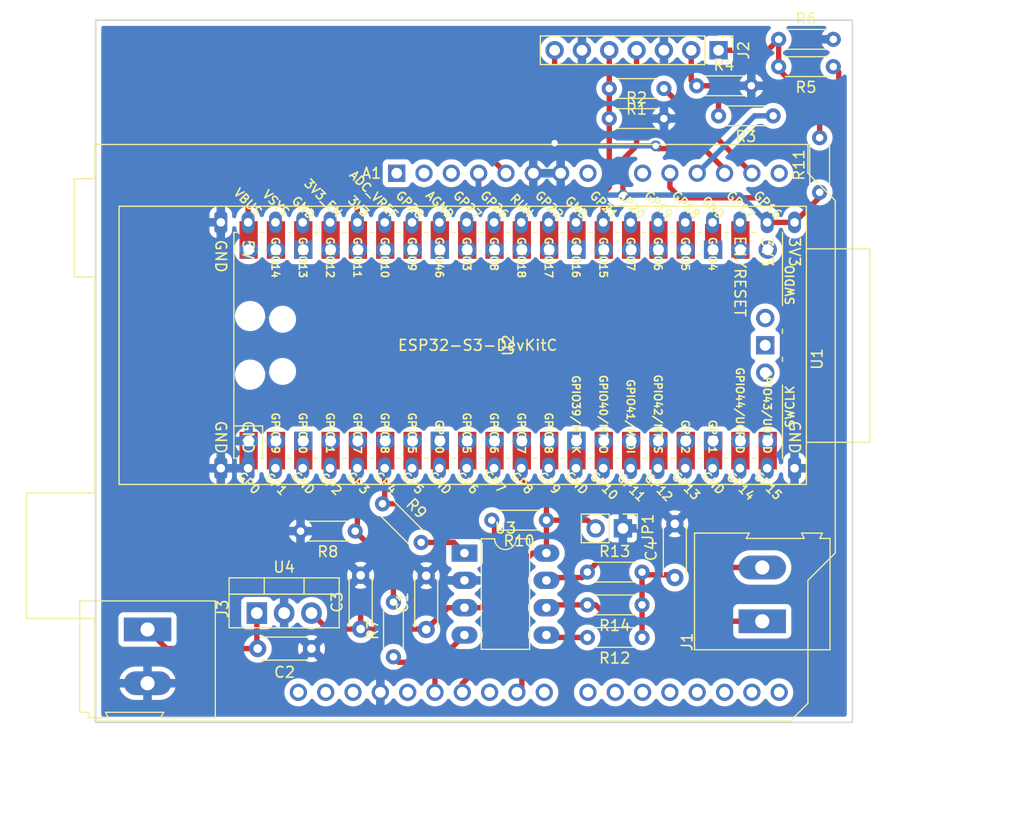
<source format=kicad_pcb>
(kicad_pcb (version 20211014) (generator pcbnew)
  (layers (0 "F.Cu" signal) (31 "B.Cu" signal) (34 "B.Paste" user) (35 "F.Paste" user) (36 "B.SilkS" user "B.Silkscreen") (37 "F.SilkS" user "F.Silkscreen") (38 "B.Mask" user) (39 "F.Mask" user) (44 "Edge.Cuts" user))
  (net 0 "")
  (net 4 "+12V")
  (net 5 "+5V")
  (net 6 "GND")
  (net 9 "Net-(A1-Pad10)")
  (net 10 "Net-(A1-Pad11)")
  (net 11 "/MISO")
  (net 12 "Net-(A1-Pad13)")
  (net 26 "/CANH")
  (net 27 "/CANL")
  (net 28 "/SPL")
  (net 29 "+3V3")
  (net 30 "Net-(C4-Pad1)")
  (net 31 "/STBY")
  (net 32 "/RXD")
  (net 33 "/RX-pin")
  (net 34 "/TX-pin")
  (net 35 "/TXD")
  (net 69 "/SS")
  (net 76 "/MOSI")
  (net 77 "/CLK")
  (footprint "Package_DIP:DIP-8_W7.62mm_LongPads" (layer "F.Cu") (at 101.092 114.056)
    (fp_text reference "U3" (at 3.81 -2.33) (layer "F.SilkS"))
    (fp_text value "MCP2561-E-P")
    (pad "1" thru_hole rect (at 0 0) (size 2.4 1.6) (drill 0.8) (layers *.Cu *.Mask) (net 35 "/TXD"))
    (pad "2" thru_hole oval (at 0 2.54) (size 2.4 1.6) (drill 0.8) (layers *.Cu *.Mask) (net 6 "GND"))
    (pad "3" thru_hole oval (at 0 5.08) (size 2.4 1.6) (drill 0.8) (layers *.Cu *.Mask) (net 5 "+5V"))
    (pad "4" thru_hole oval (at 0 7.62) (size 2.4 1.6) (drill 0.8) (layers *.Cu *.Mask) (net 32 "/RXD"))
    (pad "5" thru_hole oval (at 7.62 7.62) (size 2.4 1.6) (drill 0.8) (layers *.Cu *.Mask) (net 28 "/SPL"))
    (pad "6" thru_hole oval (at 7.62 5.08) (size 2.4 1.6) (drill 0.8) (layers *.Cu *.Mask) (net 27 "/CANL"))
    (pad "7" thru_hole oval (at 7.62 2.54) (size 2.4 1.6) (drill 0.8) (layers *.Cu *.Mask) (net 26 "/CANH"))
    (pad "8" thru_hole oval (at 7.62 0) (size 2.4 1.6) (drill 0.8) (layers *.Cu *.Mask) (net 31 "/STBY"))
  )
  (footprint "Resistor_THT:R_Axial_DIN0204_L3.6mm_D1.6mm_P5.08mm_Horizontal" (layer "F.Cu") (at 117.602 118.872 180)
    (fp_text reference "R14" (at 2.54 -1.92) (layer "F.SilkS"))
    (fp_text value "60")
    (pad "1" thru_hole circle (at 0 0 180) (size 1.4 1.4) (drill 0.7) (layers *.Cu *.Mask) (net 30 "Net-(C4-Pad1)"))
    (pad "2" thru_hole oval (at 5.08 0 180) (size 1.4 1.4) (drill 0.7) (layers *.Cu *.Mask) (net 27 "/CANL"))
  )
  (footprint "MCU_RaspberryPi_and_Boards:RPi_Pico_SMD_TH" (layer "F.Cu") (at 105.156 94.742 90)
    (fp_text reference "U2" (at 0 0 90) (layer "F.SilkS"))
    (fp_text value "RP2040")
    (fp_text user "GP8" (at -12.8 1.27 135) (layer "F.SilkS") (effects (font (size 0.8 0.8))))
    (fp_text user "RUN" (at 13 1.27 135) (layer "F.SilkS") (effects (font (size 0.8 0.8))))
    (fp_text user "GND" (at -12.8 -6.35 135) (layer "F.SilkS") (effects (font (size 0.8 0.8))))
    (fp_text user "GP0" (at -12.8 -24.13 135) (layer "F.SilkS") (effects (font (size 0.8 0.8))))
    (fp_text user "GP11" (at -13.2 11.43 135) (layer "F.SilkS") (effects (font (size 0.8 0.8))))
    (fp_text user "GP14" (at -13.1 21.59 135) (layer "F.SilkS") (effects (font (size 0.8 0.8))))
    (fp_text user "GP18" (at 13.054 16.51 135) (layer "F.SilkS") (effects (font (size 0.8 0.8))))
    (fp_text user "GP2" (at -12.9 -16.51 135) (layer "F.SilkS") (effects (font (size 0.8 0.8))))
    (fp_text user "GP15" (at -13.054 24.13 135) (layer "F.SilkS") (effects (font (size 0.8 0.8))))
    (fp_text user "GND" (at 12.8 -19.05 135) (layer "F.SilkS") (effects (font (size 0.8 0.8))))
    (fp_text user "GND" (at 12.8 6.35 135) (layer "F.SilkS") (effects (font (size 0.8 0.8))))
    (fp_text user "GP17" (at 13.054 21.59 135) (layer "F.SilkS") (effects (font (size 0.8 0.8))))
    (fp_text user "GND" (at -12.8 19.05 135) (layer "F.SilkS") (effects (font (size 0.8 0.8))))
    (fp_text user "AGND" (at 13.054 -6.35 135) (layer "F.SilkS") (effects (font (size 0.8 0.8))))
    (fp_text user "GP27" (at 13.054 -3.8 135) (layer "F.SilkS") (effects (font (size 0.8 0.8))))
    (fp_text user "GP3" (at -12.8 -13.97 135) (layer "F.SilkS") (effects (font (size 0.8 0.8))))
    (fp_text user "GP1" (at -12.9 -21.6 135) (layer "F.SilkS") (effects (font (size 0.8 0.8))))
    (fp_text user "ADC_VREF" (at 14 -12.5 135) (layer "F.SilkS") (effects (font (size 0.8 0.8))))
    (fp_text user "GP12" (at -13.2 13.97 135) (layer "F.SilkS") (effects (font (size 0.8 0.8))))
    (fp_text user "GP19" (at 13.054 13.97 135) (layer "F.SilkS") (effects (font (size 0.8 0.8))))
    (fp_text user "GP28" (at 13.054 -9.144 135) (layer "F.SilkS") (effects (font (size 0.8 0.8))))
    (fp_text user "GND" (at -12.8 -19.05 135) (layer "F.SilkS") (effects (font (size 0.8 0.8))))
    (fp_text user "GND" (at -12.8 6.35 135) (layer "F.SilkS") (effects (font (size 0.8 0.8))))
    (fp_text user "GP13" (at -13.054 16.51 135) (layer "F.SilkS") (effects (font (size 0.8 0.8))))
    (fp_text user "VSYS" (at 13.2 -21.59 135) (layer "F.SilkS") (effects (font (size 0.8 0.8))))
    (fp_text user "GP26" (at 13.054 -1.27 135) (layer "F.SilkS") (effects (font (size 0.8 0.8))))
    (fp_text user "GP10" (at -13.054 8.89 135) (layer "F.SilkS") (effects (font (size 0.8 0.8))))
    (fp_text user "3V3" (at 12.9 -13.9 135) (layer "F.SilkS") (effects (font (size 0.8 0.8))))
    (fp_text user "GP6" (at -12.8 -3.81 135) (layer "F.SilkS") (effects (font (size 0.8 0.8))))
    (fp_text user "VBUS" (at 13.3 -24.2 135) (layer "F.SilkS") (effects (font (size 0.8 0.8))))
    (fp_text user "SWCLK" (at -5.7 26.2 90) (layer "F.SilkS") (effects (font (size 0.8 0.8))))
    (fp_text user "GP9" (at -12.8 3.81 135) (layer "F.SilkS") (effects (font (size 0.8 0.8))))
    (fp_text user "GP4" (at -12.8 -11.43 135) (layer "F.SilkS") (effects (font (size 0.8 0.8))))
    (fp_text user "GP7" (at -12.7 -1.3 135) (layer "F.SilkS") (effects (font (size 0.8 0.8))))
    (fp_text user "GP22" (at 13.054 3.81 135) (layer "F.SilkS") (effects (font (size 0.8 0.8))))
    (fp_text user "SWDIO" (at 5.6 26.2 90) (layer "F.SilkS") (effects (font (size 0.8 0.8))))
    (fp_text user "3V3_EN" (at 13.7 -17.2 135) (layer "F.SilkS") (effects (font (size 0.8 0.8))))
    (fp_text user "GP16" (at 13.054 24.13 135) (layer "F.SilkS") (effects (font (size 0.8 0.8))))
    (fp_text user "GP21" (at 13.054 8.9 135) (layer "F.SilkS") (effects (font (size 0.8 0.8))))
    (fp_text user "GP5" (at -12.8 -8.89 135) (layer "F.SilkS") (effects (font (size 0.8 0.8))))
    (fp_text user "GND" (at 12.8 19.05 135) (layer "F.SilkS") (effects (font (size 0.8 0.8))))
    (fp_text user "GP20" (at 13.054 11.43 135) (layer "F.SilkS") (effects (font (size 0.8 0.8))))
    (pad "" np_thru_hole oval (at 2.725 -24 90) (size 1.8 1.8) (drill 1.8) (layers *.Cu *.Mask))
    (pad "" np_thru_hole oval (at 2.425 -20.97 90) (size 1.5 1.5) (drill 1.5) (layers *.Cu *.Mask))
    (pad "" np_thru_hole oval (at -2.425 -20.97 90) (size 1.5 1.5) (drill 1.5) (layers *.Cu *.Mask))
    (pad "" np_thru_hole oval (at -2.725 -24 90) (size 1.8 1.8) (drill 1.8) (layers *.Cu *.Mask))
    (pad "1" smd rect (at -8.89 -24.13 90) (size 3.5 1.7) (drill (offset -0.9 0)) (layers "F.Cu" "F.Mask") (net 6 "GND"))
    (pad "1" thru_hole oval (at -8.89 -24.13 90) (size 1.7 1.7) (drill 1.02) (layers *.Cu *.Mask) (net 6 "GND"))
    (pad "2" smd rect (at -8.89 -21.59 90) (size 3.5 1.7) (drill (offset -0.9 0)) (layers "F.Cu" "F.Mask"))
    (pad "2" thru_hole oval (at -8.89 -21.59 90) (size 1.7 1.7) (drill 1.02) (layers *.Cu *.Mask))
    (pad "3" thru_hole rect (at -8.89 -19.05 90) (size 1.7 1.7) (drill 1.02) (layers *.Cu *.Mask))
    (pad "3" smd rect (at -8.89 -19.05 90) (size 3.5 1.7) (drill (offset -0.9 0)) (layers "F.Cu" "F.Mask"))
    (pad "4" smd rect (at -8.89 -16.51 90) (size 3.5 1.7) (drill (offset -0.9 0)) (layers "F.Cu" "F.Mask"))
    (pad "4" thru_hole oval (at -8.89 -16.51 90) (size 1.7 1.7) (drill 1.02) (layers *.Cu *.Mask))
    (pad "5" thru_hole oval (at -8.89 -13.97 90) (size 1.7 1.7) (drill 1.02) (layers *.Cu *.Mask) (net 33 "/RX-pin"))
    (pad "5" smd rect (at -8.89 -13.97 90) (size 3.5 1.7) (drill (offset -0.9 0)) (layers "F.Cu" "F.Mask") (net 33 "/RX-pin"))
    (pad "6" thru_hole oval (at -8.89 -11.43 90) (size 1.7 1.7) (drill 1.02) (layers *.Cu *.Mask) (net 34 "/TX-pin"))
    (pad "6" smd rect (at -8.89 -11.43 90) (size 3.5 1.7) (drill (offset -0.9 0)) (layers "F.Cu" "F.Mask") (net 34 "/TX-pin"))
    (pad "7" smd rect (at -8.89 -8.89 90) (size 3.5 1.7) (drill (offset -0.9 0)) (layers "F.Cu" "F.Mask"))
    (pad "7" thru_hole oval (at -8.89 -8.89 90) (size 1.7 1.7) (drill 1.02) (layers *.Cu *.Mask))
    (pad "8" smd rect (at -8.89 -6.35 90) (size 3.5 1.7) (drill (offset -0.9 0)) (layers "F.Cu" "F.Mask"))
    (pad "8" thru_hole rect (at -8.89 -6.35 90) (size 1.7 1.7) (drill 1.02) (layers *.Cu *.Mask))
    (pad "9" smd rect (at -8.89 -3.81 90) (size 3.5 1.7) (drill (offset -0.9 0)) (layers "F.Cu" "F.Mask"))
    (pad "9" thru_hole oval (at -8.89 -3.81 90) (size 1.7 1.7) (drill 1.02) (layers *.Cu *.Mask))
    (pad "10" thru_hole oval (at -8.89 -1.27 90) (size 1.7 1.7) (drill 1.02) (layers *.Cu *.Mask))
    (pad "10" smd rect (at -8.89 -1.27 90) (size 3.5 1.7) (drill (offset -0.9 0)) (layers "F.Cu" "F.Mask"))
    (pad "11" smd rect (at -8.89 1.27 90) (size 3.5 1.7) (drill (offset -0.9 0)) (layers "F.Cu" "F.Mask") (net 31 "/STBY"))
    (pad "11" thru_hole oval (at -8.89 1.27 90) (size 1.7 1.7) (drill 1.02) (layers *.Cu *.Mask) (net 31 "/STBY"))
    (pad "12" thru_hole oval (at -8.89 3.81 90) (size 1.7 1.7) (drill 1.02) (layers *.Cu *.Mask))
    (pad "12" smd rect (at -8.89 3.81 90) (size 3.5 1.7) (drill (offset -0.9 0)) (layers "F.Cu" "F.Mask"))
    (pad "13" smd rect (at -8.89 6.35 90) (size 3.5 1.7) (drill (offset -0.9 0)) (layers "F.Cu" "F.Mask"))
    (pad "13" thru_hole rect (at -8.89 6.35 90) (size 1.7 1.7) (drill 1.02) (layers *.Cu *.Mask))
    (pad "14" thru_hole oval (at -8.89 8.89 90) (size 1.7 1.7) (drill 1.02) (layers *.Cu *.Mask))
    (pad "14" smd rect (at -8.89 8.89 90) (size 3.5 1.7) (drill (offset -0.9 0)) (layers "F.Cu" "F.Mask"))
    (pad "15" thru_hole oval (at -8.89 11.43 90) (size 1.7 1.7) (drill 1.02) (layers *.Cu *.Mask))
    (pad "15" smd rect (at -8.89 11.43 90) (size 3.5 1.7) (drill (offset -0.9 0)) (layers "F.Cu" "F.Mask"))
    (pad "16" smd rect (at -8.89 13.97 90) (size 3.5 1.7) (drill (offset -0.9 0)) (layers "F.Cu" "F.Mask"))
    (pad "16" thru_hole oval (at -8.89 13.97 90) (size 1.7 1.7) (drill 1.02) (layers *.Cu *.Mask))
    (pad "17" thru_hole oval (at -8.89 16.51 90) (size 1.7 1.7) (drill 1.02) (layers *.Cu *.Mask))
    (pad "17" smd rect (at -8.89 16.51 90) (size 3.5 1.7) (drill (offset -0.9 0)) (layers "F.Cu" "F.Mask"))
    (pad "18" thru_hole rect (at -8.89 19.05 90) (size 1.7 1.7) (drill 1.02) (layers *.Cu *.Mask))
    (pad "18" smd rect (at -8.89 19.05 90) (size 3.5 1.7) (drill (offset -0.9 0)) (layers "F.Cu" "F.Mask"))
    (pad "19" thru_hole oval (at -8.89 21.59 90) (size 1.7 1.7) (drill 1.02) (layers *.Cu *.Mask))
    (pad "19" smd rect (at -8.89 21.59 90) (size 3.5 1.7) (drill (offset -0.9 0)) (layers "F.Cu" "F.Mask"))
    (pad "20" smd rect (at -8.89 24.13 90) (size 3.5 1.7) (drill (offset -0.9 0)) (layers "F.Cu" "F.Mask"))
    (pad "20" thru_hole oval (at -8.89 24.13 90) (size 1.7 1.7) (drill 1.02) (layers *.Cu *.Mask))
    (pad "21" smd rect (at 8.742 24.13 90) (size 0.1 0.1) (drill (offset 0.9 0)) (layers "F.Cu" "F.Mask"))
    (pad "21" thru_hole oval (at 8.89 24.13 90) (size 1.7 1.7) (drill 1.02) (layers *.Cu *.Mask))
    (pad "22" thru_hole oval (at 8.89 21.59 90) (size 1.7 1.7) (drill 1.02) (layers *.Cu *.Mask))
    (pad "22" smd rect (at 8.89 21.59 90) (size 3.5 1.7) (drill (offset 0.9 0)) (layers "F.Cu" "F.Mask"))
    (pad "23" smd rect (at 8.89 19.05 90) (size 3 1.5) (drill (offset 0.9 0)) (layers "F.Cu" "F.Mask"))
    (pad "23" thru_hole rect (at 8.89 19.05 90) (size 1.7 1.7) (drill 1.02) (layers *.Cu *.Mask))
    (pad "24" smd rect (at 8.89 16.51 90) (size 3.5 1.7) (drill (offset 0.9 0)) (layers "F.Cu" "F.Mask"))
    (pad "24" thru_hole oval (at 8.89 16.51 90) (size 1.7 1.7) (drill 1.02) (layers *.Cu *.Mask))
    (pad "25" thru_hole oval (at 8.89 13.97 90) (size 1.7 1.7) (drill 1.02) (layers *.Cu *.Mask))
    (pad "25" smd rect (at 8.89 13.97 90) (size 3.5 1.7) (drill (offset 0.9 0)) (layers "F.Cu" "F.Mask"))
    (pad "26" smd rect (at 8.89 11.43 90) (size 3.5 1.7) (drill (offset 0.9 0)) (layers "F.Cu" "F.Mask"))
    (pad "26" thru_hole oval (at 8.89 11.43 90) (size 1.7 1.7) (drill 1.02) (layers *.Cu *.Mask))
    (pad "27" thru_hole oval (at 8.89 8.89 90) (size 1.7 1.7) (drill 1.02) (layers *.Cu *.Mask))
    (pad "27" smd rect (at 8.89 8.89 90) (size 3.5 1.7) (drill (offset 0.9 0)) (layers "F.Cu" "F.Mask"))
    (pad "28" thru_hole rect (at 8.89 6.35 90) (size 1.7 1.7) (drill 1.02) (layers *.Cu *.Mask))
    (pad "28" smd rect (at 8.89 6.35 90) (size 3.5 1.7) (drill (offset 0.9 0)) (layers "F.Cu" "F.Mask"))
    (pad "29" smd rect (at 8.89 3.81 90) (size 3.5 1.7) (drill (offset 0.9 0)) (layers "F.Cu" "F.Mask"))
    (pad "29" thru_hole oval (at 8.89 3.81 90) (size 1.7 1.7) (drill 1.02) (layers *.Cu *.Mask))
    (pad "30" smd rect (at 8.89 1.27 90) (size 3.5 1.7) (drill (offset 0.9 0)) (layers "F.Cu" "F.Mask"))
    (pad "30" thru_hole oval (at 8.89 1.27 90) (size 1.7 1.7) (drill 1.02) (layers *.Cu *.Mask))
    (pad "31" smd rect (at 8.89 -1.27 90) (size 3.5 1.7) (drill (offset 0.9 0)) (layers "F.Cu" "F.Mask"))
    (pad "31" thru_hole oval (at 8.89 -1.27 90) (size 1.7 1.7) (drill 1.02) (layers *.Cu *.Mask))
    (pad "32" thru_hole oval (at 8.89 -3.81 90) (size 1.7 1.7) (drill 1.02) (layers *.Cu *.Mask))
    (pad "32" smd rect (at 8.89 -3.81 90) (size 3.5 1.7) (drill (offset 0.9 0)) (layers "F.Cu" "F.Mask"))
    (pad "33" smd rect (at 8.89 -6.35 90) (size 3.5 1.7) (drill (offset 0.9 0)) (layers "F.Cu" "F.Mask"))
    (pad "33" thru_hole rect (at 8.89 -6.35 90) (size 1.7 1.7) (drill 1.02) (layers *.Cu *.Mask))
    (pad "34" thru_hole oval (at 8.89 -8.89 90) (size 1.7 1.7) (drill 1.02) (layers *.Cu *.Mask))
    (pad "34" smd rect (at 8.89 -8.89 90) (size 3.5 1.7) (drill (offset 0.9 0)) (layers "F.Cu" "F.Mask"))
    (pad "35" thru_hole oval (at 8.89 -11.43 90) (size 1.7 1.7) (drill 1.02) (layers *.Cu *.Mask))
    (pad "35" smd rect (at 8.89 -11.43 90) (size 3.5 1.7) (drill (offset 0.9 0)) (layers "F.Cu" "F.Mask"))
    (pad "36" smd rect (at 8.89 -13.97 90) (size 3.5 1.7) (drill (offset 0.9 0)) (layers "F.Cu" "F.Mask") (net 29 "+3V3"))
    (pad "36" thru_hole oval (at 8.89 -13.97 90) (size 1.7 1.7) (drill 1.02) (layers *.Cu *.Mask) (net 29 "+3V3"))
    (pad "37" smd rect (at 8.89 -16.51 90) (size 3.5 1.7) (drill (offset 0.9 0)) (layers "F.Cu" "F.Mask"))
    (pad "37" thru_hole oval (at 8.89 -16.51 90) (size 1.7 1.7) (drill 1.02) (layers *.Cu *.Mask))
    (pad "38" thru_hole rect (at 8.89 -19.05 90) (size 1.7 1.7) (drill 1.02) (layers *.Cu *.Mask))
    (pad "38" smd rect (at 8.89 -19.05 90) (size 3.5 1.7) (drill (offset 0.9 0)) (layers "F.Cu" "F.Mask"))
    (pad "39" smd rect (at 8.89 -21.59 90) (size 3.5 1.7) (drill (offset 0.9 0)) (layers "F.Cu" "F.Mask"))
    (pad "39" thru_hole oval (at 8.89 -21.59 90) (size 1.7 1.7) (drill 1.02) (layers *.Cu *.Mask))
    (pad "40" smd rect (at 8.89 -24.13 90) (size 3.5 1.7) (drill (offset 0.9 0)) (layers "F.Cu" "F.Mask") (net 5 "+5V"))
    (pad "40" thru_hole oval (at 8.89 -24.13 90) (size 1.7 1.7) (drill 1.02) (layers *.Cu *.Mask) (net 5 "+5V"))
    (pad "41" smd rect (at -2.54 22.844 180) (size 0.1 0.1) (drill (offset -0.9 0)) (layers "F.Cu" "F.Mask"))
    (pad "41" thru_hole oval (at -2.54 23.9 90) (size 1.7 1.7) (drill 1.02) (layers *.Cu *.Mask))
    (pad "42" thru_hole rect (at 0 23.9 90) (size 1.7 1.7) (drill 1.02) (layers *.Cu *.Mask))
    (pad "42" smd rect (at 0 22.844 180) (size 0.1 0.1) (drill (offset -0.9 0)) (layers "F.Cu" "F.Mask"))
    (pad "43" smd rect (at 2.54 22.844 180) (size 0.1 0.1) (drill (offset -0.9 0)) (layers "F.Cu" "F.Mask"))
    (pad "43" thru_hole oval (at 2.54 23.9 90) (size 1.7 1.7) (drill 1.02) (layers *.Cu *.Mask))
  )
  (footprint "Resistor_THT:R_Axial_DIN0204_L3.6mm_D1.6mm_P5.08mm_Horizontal" (layer "F.Cu") (at 93.472 109.474 -45)
    (fp_text reference "R9" (at 2.54 -1.92 135) (layer "F.SilkS"))
    (fp_text value "R_Small")
    (pad "1" thru_hole circle (at 0 0 315) (size 1.4 1.4) (drill 0.7) (layers *.Cu *.Mask) (net 34 "/TX-pin"))
    (pad "2" thru_hole oval (at 5.08 0 315) (size 1.4 1.4) (drill 0.7) (layers *.Cu *.Mask) (net 35 "/TXD"))
  )
  (footprint "Resistor_THT:R_Axial_DIN0204_L3.6mm_D1.6mm_P5.08mm_Horizontal" (layer "F.Cu") (at 90.932 112.014 180)
    (fp_text reference "R8" (at 2.54 -1.92) (layer "F.SilkS"))
    (fp_text value "R_Small")
    (pad "1" thru_hole circle (at 0 0 180) (size 1.4 1.4) (drill 0.7) (layers *.Cu *.Mask) (net 33 "/RX-pin"))
    (pad "2" thru_hole oval (at 5.08 0 180) (size 1.4 1.4) (drill 0.7) (layers *.Cu *.Mask) (net 6 "GND"))
  )
  (footprint "Resistor_THT:R_Axial_DIN0204_L3.6mm_D1.6mm_P5.08mm_Horizontal" (layer "F.Cu") (at 112.522 115.824)
    (fp_text reference "R13" (at 2.54 -1.92) (layer "F.SilkS"))
    (fp_text value "60")
    (pad "1" thru_hole circle (at 0 0) (size 1.4 1.4) (drill 0.7) (layers *.Cu *.Mask) (net 26 "/CANH"))
    (pad "2" thru_hole oval (at 5.08 0) (size 1.4 1.4) (drill 0.7) (layers *.Cu *.Mask) (net 30 "Net-(C4-Pad1)"))
  )
  (footprint "Connector_PinHeader_2.54mm:PinHeader_1x02_P2.54mm_Vertical" (layer "F.Cu") (at 115.824 111.76 -90)
    (fp_text reference "JP1" (at 0 -2.33 90) (layer "F.SilkS"))
    (fp_text value "Jumper_2_Bridged")
    (pad "1" thru_hole rect (at 0 0 270) (size 1.7 1.7) (drill 1) (layers *.Cu *.Mask) (net 6 "GND"))
    (pad "2" thru_hole oval (at 0 2.54 270) (size 1.7 1.7) (drill 1) (layers *.Cu *.Mask) (net 31 "/STBY"))
  )
  (footprint "Resistor_THT:R_Axial_DIN0204_L3.6mm_D1.6mm_P5.08mm_Horizontal" (layer "F.Cu") (at 129.794 73.406 180)
    (fp_text reference "R3" (at 2.54 -1.92) (layer "F.SilkS"))
    (fp_text value "R_Small")
    (pad "1" thru_hole circle (at 0 0 180) (size 1.4 1.4) (drill 0.7) (layers *.Cu *.Mask) (net 10 "Net-(A1-Pad11)"))
    (pad "2" thru_hole oval (at 5.08 0 180) (size 1.4 1.4) (drill 0.7) (layers *.Cu *.Mask) (net 76 "/MOSI"))
  )
  (footprint "Module:Arduino_UNO_R3" (layer "F.Cu") (at 94.7928 78.74)
    (fp_text reference "A1" (at -2.3368 0 180) (layer "F.SilkS"))
    (fp_text value "Arduino_UNO_R3")
    (pad "1" thru_hole rect (at 0 0 90) (size 1.6 1.6) (drill 1) (layers *.Cu *.Mask))
    (pad "2" thru_hole oval (at 2.54 0 90) (size 1.6 1.6) (drill 1) (layers *.Cu *.Mask))
    (pad "3" thru_hole oval (at 5.08 0 90) (size 1.6 1.6) (drill 1) (layers *.Cu *.Mask))
    (pad "4" thru_hole oval (at 7.62 0 90) (size 1.6 1.6) (drill 1) (layers *.Cu *.Mask) (net 29 "+3V3"))
    (pad "5" thru_hole oval (at 10.16 0 90) (size 1.6 1.6) (drill 1) (layers *.Cu *.Mask) (net 5 "+5V"))
    (pad "6" thru_hole oval (at 12.7 0 90) (size 1.6 1.6) (drill 1) (layers *.Cu *.Mask) (net 6 "GND"))
    (pad "7" thru_hole oval (at 15.24 0 90) (size 1.6 1.6) (drill 1) (layers *.Cu *.Mask) (net 6 "GND"))
    (pad "8" thru_hole oval (at 17.78 0 90) (size 1.6 1.6) (drill 1) (layers *.Cu *.Mask))
    (pad "9" thru_hole oval (at 22.86 0 90) (size 1.6 1.6) (drill 1) (layers *.Cu *.Mask))
    (pad "10" thru_hole oval (at 25.4 0 90) (size 1.6 1.6) (drill 1) (layers *.Cu *.Mask) (net 9 "Net-(A1-Pad10)"))
    (pad "11" thru_hole oval (at 27.94 0 90) (size 1.6 1.6) (drill 1) (layers *.Cu *.Mask) (net 10 "Net-(A1-Pad11)"))
    (pad "12" thru_hole oval (at 30.48 0 90) (size 1.6 1.6) (drill 1) (layers *.Cu *.Mask) (net 11 "/MISO"))
    (pad "13" thru_hole oval (at 33.02 0 90) (size 1.6 1.6) (drill 1) (layers *.Cu *.Mask) (net 12 "Net-(A1-Pad13)"))
    (pad "14" thru_hole oval (at 35.56 0 90) (size 1.6 1.6) (drill 1) (layers *.Cu *.Mask))
    (pad "15" thru_hole oval (at 35.56 48.26 90) (size 1.6 1.6) (drill 1) (layers *.Cu *.Mask))
    (pad "16" thru_hole oval (at 33.02 48.26 90) (size 1.6 1.6) (drill 1) (layers *.Cu *.Mask))
    (pad "17" thru_hole oval (at 30.48 48.26 90) (size 1.6 1.6) (drill 1) (layers *.Cu *.Mask))
    (pad "18" thru_hole oval (at 27.94 48.26 90) (size 1.6 1.6) (drill 1) (layers *.Cu *.Mask))
    (pad "19" thru_hole oval (at 25.4 48.26 90) (size 1.6 1.6) (drill 1) (layers *.Cu *.Mask))
    (pad "20" thru_hole oval (at 22.86 48.26 90) (size 1.6 1.6) (drill 1) (layers *.Cu *.Mask))
    (pad "21" thru_hole oval (at 20.32 48.26 90) (size 1.6 1.6) (drill 1) (layers *.Cu *.Mask))
    (pad "22" thru_hole oval (at 17.78 48.26 90) (size 1.6 1.6) (drill 1) (layers *.Cu *.Mask))
    (pad "23" thru_hole oval (at 13.72 48.26 90) (size 1.6 1.6) (drill 1) (layers *.Cu *.Mask))
    (pad "24" thru_hole oval (at 11.18 48.26 90) (size 1.6 1.6) (drill 1) (layers *.Cu *.Mask) (net 31 "/STBY"))
    (pad "25" thru_hole oval (at 8.64 48.26 90) (size 1.6 1.6) (drill 1) (layers *.Cu *.Mask))
    (pad "26" thru_hole oval (at 6.1 48.26 90) (size 1.6 1.6) (drill 1) (layers *.Cu *.Mask) (net 34 "/TX-pin"))
    (pad "27" thru_hole oval (at 3.56 48.26 90) (size 1.6 1.6) (drill 1) (layers *.Cu *.Mask) (net 32 "/RXD"))
    (pad "28" thru_hole oval (at 1.02 48.26 90) (size 1.6 1.6) (drill 1) (layers *.Cu *.Mask))
    (pad "29" thru_hole oval (at -1.52 48.26 90) (size 1.6 1.6) (drill 1) (layers *.Cu *.Mask) (net 6 "GND"))
    (pad "30" thru_hole oval (at -4.06 48.26 90) (size 1.6 1.6) (drill 1) (layers *.Cu *.Mask))
    (pad "31" thru_hole oval (at -6.6 48.26 90) (size 1.6 1.6) (drill 1) (layers *.Cu *.Mask))
    (pad "32" thru_hole oval (at -9.14 48.26 90) (size 1.6 1.6) (drill 1) (layers *.Cu *.Mask))
  )
  (footprint "Espressif:ESP32-S3-DevKitC" (layer "F.Cu") (at 131.7808 83.30832 -90)
    (fp_text reference "U1" (at 12.70368 -2.09728 90) (layer "F.SilkS"))
    (fp_text value "ESP32-S3-DevKitC" (at 11.43 29.464) (layer "F.SilkS"))
    (fp_text user "GPIO7" (at 1.27368 15.24272 -90 unlocked) (layer "F.SilkS") (effects (font (size 0.7 0.7)) (justify left)))
    (fp_text user "GPIO14" (at 1.27368 48.26272 -90 unlocked) (layer "F.SilkS") (effects (font (size 0.7 0.7)) (justify left)))
    (fp_text user "GPIO18" (at 1.27368 25.40272 -90 unlocked) (layer "F.SilkS") (effects (font (size 0.7 0.7)) (justify left)))
    (fp_text user "GPIO21" (at 21.59368 43.18272 -90 unlocked) (layer "F.SilkS") (effects (font (size 0.7 0.7)) (justify right)))
    (fp_text user "GPIO38" (at 21.59368 22.86272 -90 unlocked) (layer "F.SilkS") (effects (font (size 0.7 0.7)) (justify right)))
    (fp_text user "GND" (at 21.59368 0.00272 -90 unlocked) (layer "F.SilkS") (effects (justify right)))
    (fp_text user "GPIO5" (at 1.27368 10.16272 -90 unlocked) (layer "F.SilkS") (effects (font (size 0.7 0.7)) (justify left)))
    (fp_text user "GPIO10" (at 1.27368 38.10272 -90 unlocked) (layer "F.SilkS") (effects (font (size 0.7 0.7)) (justify left)))
    (fp_text user "GPIO40/MTDO" (at 21.59368 17.78272 -90 unlocked) (layer "F.SilkS") (effects (font (size 0.7 0.7)) (justify right)))
    (fp_text user "GPIO44/U0RXD" (at 21.59368 5.08272 -90 unlocked) (layer "F.SilkS") (effects (font (size 0.7 0.7)) (justify right)))
    (fp_text user "EN/RESET" (at 8.89 5.08 -90 unlocked) (layer "F.SilkS") (effects (justify right)))
    (fp_text user "GPIO11" (at 1.27368 40.64272 -90 unlocked) (layer "F.SilkS") (effects (font (size 0.7 0.7)) (justify left)))
    (fp_text user "GPIO46" (at 1.27368 33.02272 -90 unlocked) (layer "F.SilkS") (effects (font (size 0.7 0.7)) (justify left)))
    (fp_text user "GPIO17" (at 1.27368 22.86272 -90 unlocked) (layer "F.SilkS") (effects (font (size 0.7 0.7)) (justify left)))
    (fp_text user "3V3" (at 1.27368 2.54272 -90 unlocked) (layer "F.SilkS") (effects (justify left)))
    (fp_text user "GPIO36" (at 21.59368 27.94272 -90 unlocked) (layer "F.SilkS") (effects (font (size 0.7 0.7)) (justify right)))
    (fp_text user "GPIO15" (at 1.27368 17.78272 -90 unlocked) (layer "F.SilkS") (effects (font (size 0.7 0.7)) (justify left)))
    (fp_text user "GPIO43/U0TXD" (at 21.59368 2.54272 -90 unlocked) (layer "F.SilkS") (effects (font (size 0.7 0.7)) (justify right)))
    (fp_text user "GPIO8" (at 1.27368 27.94272 -90 unlocked) (layer "F.SilkS") (effects (font (size 0.7 0.7)) (justify left)))
    (fp_text user "GPIO12" (at 1.27368 43.18272 -90 unlocked) (layer "F.SilkS") (effects (font (size 0.7 0.7)) (justify left)))
    (fp_text user "GND" (at 21.59368 50.80272 -90 unlocked) (layer "F.SilkS") (effects (justify right)))
    (fp_text user "5V" (at 1.524 50.8 -90 unlocked) (layer "F.SilkS") (effects (justify left)))
    (fp_text user "GND" (at 21.59368 53.34272 -90 unlocked) (layer "F.SilkS") (effects (justify right)))
    (fp_text user "GPIO1" (at 21.59368 7.62272 -90 unlocked) (layer "F.SilkS") (effects (font (size 0.7 0.7)) (justify right)))
    (fp_text user "GPIO13" (at 1.27368 45.72272 -90 unlocked) (layer "F.SilkS") (effects (font (size 0.7 0.7)) (justify left)))
    (fp_text user "GND" (at 1.524 53.34 -90 unlocked) (layer "F.SilkS") (effects (justify left)))
    (fp_text user "GPIO4" (at 1.27368 7.62272 -90 unlocked) (layer "F.SilkS") (effects (font (size 0.7 0.7)) (justify left)))
    (fp_text user "GPIO9" (at 1.27368 35.56272 -90 unlocked) (layer "F.SilkS") (effects (font (size 0.7 0.7)) (justify left)))
    (fp_text user "GPIO39/MTCK" (at 21.59368 20.32272 -90 unlocked) (layer "F.SilkS") (effects (font (size 0.7 0.7)) (justify right)))
    (fp_text user "GPIO41/MTDI" (at 21.59368 15.24272 -90 unlocked) (layer "F.SilkS") (effects (font (size 0.7 0.7)) (justify right)))
    (fp_text user "GPIO2" (at 21.59368 10.16272 -90 unlocked) (layer "F.SilkS") (effects (font (size 0.7 0.7)) (justify right)))
    (fp_text user "GPIO47" (at 21.59368 40.64272 -90 unlocked) (layer "F.SilkS") (effects (font (size 0.7 0.7)) (justify right)))
    (fp_text user "GPIO16" (at 1.27368 20.32272 -90 unlocked) (layer "F.SilkS") (effects (font (size 0.7 0.7)) (justify left)))
    (fp_text user "GPIO35" (at 21.59368 30.48272 -90 unlocked) (layer "F.SilkS") (effects (font (size 0.7 0.7)) (justify right)))
    (fp_text user "GPIO37" (at 21.59368 25.40272 -90 unlocked) (layer "F.SilkS") (effects (font (size 0.7 0.7)) (justify right)))
    (fp_text user "GPIO0" (at 21.59368 33.02272 -90 unlocked) (layer "F.SilkS") (effects (font (size 0.7 0.7)) (justify right)))
    (fp_text user "GPIO19" (at 21.59368 48.26272 -90 unlocked) (layer "F.SilkS") (effects (font (size 0.7 0.7)) (justify right)))
    (fp_text user "GPIO6" (at 1.27368 12.70272 -90 unlocked) (layer "F.SilkS") (effects (font (size 0.7 0.7)) (justify left)))
    (fp_text user "GPIO3" (at 1.27368 30.48272 -90 unlocked) (layer "F.SilkS") (effects (font (size 0.7 0.7)) (justify left)))
    (fp_text user "GPIO20" (at 21.59368 45.72272 -90 unlocked) (layer "F.SilkS") (effects (font (size 0.7 0.7)) (justify right)))
    (fp_text user "GPIO42/MTMS" (at 21.59368 12.70272 -90 unlocked) (layer "F.SilkS") (effects (font (size 0.7 0.7)) (justify right)))
    (fp_text user "GPIO48" (at 21.59368 38.10272 -90 unlocked) (layer "F.SilkS") (effects (font (size 0.7 0.7)) (justify right)))
    (fp_text user "3V3" (at 1.27368 0.00272 -90 unlocked) (layer "F.SilkS") (effects (justify left)))
    (fp_text user "GPIO45" (at 21.59368 35.56272 -90 unlocked) (layer "F.SilkS") (effects (font (size 0.7 0.7)) (justify right)))
    (pad "1" thru_hole oval locked (at 0.00368 0.00272 180) (size 1.2 2) (drill 0.8) (layers *.Cu *.Mask) (net 29 "+3V3"))
    (pad "2" thru_hole oval locked (at 0.00368 2.54272 180) (size 1.2 2) (drill 0.8) (layers *.Cu *.Mask) (net 29 "+3V3"))
    (pad "3" thru_hole oval locked (at 0.00368 5.08272 180) (size 1.2 2) (drill 0.8) (layers *.Cu *.Mask))
    (pad "4" thru_hole oval locked (at 0.00368 7.62272 180) (size 1.2 2) (drill 0.8) (layers *.Cu *.Mask) (net 11 "/MISO"))
    (pad "5" thru_hole oval locked (at 0.00368 10.16272 180) (size 1.2 2) (drill 0.8) (layers *.Cu *.Mask) (net 69 "/SS"))
    (pad "6" thru_hole oval locked (at 0.00368 12.70272 180) (size 1.2 2) (drill 0.8) (layers *.Cu *.Mask) (net 76 "/MOSI"))
    (pad "7" thru_hole oval locked (at 0.00368 15.24272 180) (size 1.2 2) (drill 0.8) (layers *.Cu *.Mask))
    (pad "8" thru_hole oval locked (at 0.00368 17.78272 180) (size 1.2 2) (drill 0.8) (layers *.Cu *.Mask) (net 77 "/CLK"))
    (pad "9" thru_hole oval locked (at 0.00368 20.32272 180) (size 1.2 2) (drill 0.8) (layers *.Cu *.Mask))
    (pad "10" thru_hole oval locked (at 0.00368 22.86272 180) (size 1.2 2) (drill 0.8) (layers *.Cu *.Mask))
    (pad "11" thru_hole oval locked (at 0.00368 25.40272 180) (size 1.2 2) (drill 0.8) (layers *.Cu *.Mask))
    (pad "12" thru_hole oval locked (at 0.00368 27.94272 180) (size 1.2 2) (drill 0.8) (layers *.Cu *.Mask))
    (pad "13" thru_hole oval locked (at 0.00368 30.48272 180) (size 1.2 2) (drill 0.8) (layers *.Cu *.Mask))
    (pad "14" thru_hole oval locked (at 0.00368 33.02272 180) (size 1.2 2) (drill 0.8) (layers *.Cu *.Mask))
    (pad "15" thru_hole oval locked (at 0.00368 35.56272 180) (size 1.2 2) (drill 0.8) (layers *.Cu *.Mask))
    (pad "16" thru_hole oval locked (at 0.00368 38.10272 180) (size 1.2 2) (drill 0.8) (layers *.Cu *.Mask))
    (pad "17" thru_hole oval locked (at 0.00368 40.64272 180) (size 1.2 2) (drill 0.8) (layers *.Cu *.Mask) (net 29 "+3V3"))
    (pad "18" thru_hole oval locked (at 0.00368 43.18272 180) (size 1.2 2) (drill 0.8) (layers *.Cu *.Mask))
    (pad "19" thru_hole oval locked (at 0.00368 45.72272 180) (size 1.2 2) (drill 0.8) (layers *.Cu *.Mask))
    (pad "20" thru_hole oval locked (at 0 48.26 180) (size 1.2 2) (drill 0.8) (layers *.Cu *.Mask))
    (pad "21" thru_hole oval locked (at 0 50.8 180) (size 1.2 2) (drill 0.8) (layers *.Cu *.Mask) (net 5 "+5V"))
    (pad "22" thru_hole roundrect locked (at 0 53.34 180) (size 1.2 2) (drill 0.8) (layers *.Cu *.Mask) (net 6 "GND"))
    (pad "23" thru_hole roundrect locked (at 22.86368 53.34272 180) (size 1.2 2) (drill 0.8) (layers *.Cu *.Mask) (net 6 "GND"))
    (pad "24" thru_hole roundrect locked (at 22.86368 50.80272 180) (size 1.2 2) (drill 0.8) (layers *.Cu *.Mask) (net 6 "GND"))
    (pad "25" thru_hole oval locked (at 22.86368 48.26272 180) (size 1.2 2) (drill 0.8) (layers *.Cu *.Mask))
    (pad "26" thru_hole oval locked (at 22.86368 45.72272 180) (size 1.2 2) (drill 0.8) (layers *.Cu *.Mask))
    (pad "27" thru_hole oval locked (at 22.86368 43.18272 180) (size 1.2 2) (drill 0.8) (layers *.Cu *.Mask))
    (pad "28" thru_hole oval locked (at 22.86368 40.64272 180) (size 1.2 2) (drill 0.8) (layers *.Cu *.Mask) (net 33 "/RX-pin"))
    (pad "29" thru_hole oval locked (at 22.86368 38.10272 180) (size 1.2 2) (drill 0.8) (layers *.Cu *.Mask) (net 34 "/TX-pin"))
    (pad "30" thru_hole oval locked (at 22.86368 35.56272 180) (size 1.2 2) (drill 0.8) (layers *.Cu *.Mask))
    (pad "31" thru_hole oval locked (at 22.86368 33.02272 180) (size 1.2 2) (drill 0.8) (layers *.Cu *.Mask))
    (pad "32" thru_hole oval locked (at 22.86368 30.48272 180) (size 1.2 2) (drill 0.8) (layers *.Cu *.Mask))
    (pad "33" thru_hole oval locked (at 22.86368 27.94272 180) (size 1.2 2) (drill 0.8) (layers *.Cu *.Mask))
    (pad "34" thru_hole oval locked (at 22.86368 25.40272 180) (size 1.2 2) (drill 0.8) (layers *.Cu *.Mask) (net 31 "/STBY"))
    (pad "35" thru_hole oval locked (at 22.86368 22.86272 180) (size 1.2 2) (drill 0.8) (layers *.Cu *.Mask))
    (pad "36" thru_hole oval locked (at 22.86368 20.32272 180) (size 1.2 2) (drill 0.8) (layers *.Cu *.Mask))
    (pad "37" thru_hole oval locked (at 22.86368 17.78272 180) (size 1.2 2) (drill 0.8) (layers *.Cu *.Mask))
    (pad "38" thru_hole oval locked (at 22.86368 15.24272 180) (size 1.2 2) (drill 0.8) (layers *.Cu *.Mask))
    (pad "39" thru_hole oval locked (at 22.86368 12.70272 180) (size 1.2 2) (drill 0.8) (layers *.Cu *.Mask))
    (pad "40" thru_hole oval locked (at 22.86368 10.16272 180) (size 1.2 2) (drill 0.8) (layers *.Cu *.Mask))
    (pad "41" thru_hole oval locked (at 22.86368 7.62272 180) (size 1.2 2) (drill 0.8) (layers *.Cu *.Mask))
    (pad "42" thru_hole oval locked (at 22.86368 5.08272 180) (size 1.2 2) (drill 0.8) (layers *.Cu *.Mask))
    (pad "43" thru_hole oval locked (at 22.86368 2.54272 180) (size 1.2 2) (drill 0.8) (layers *.Cu *.Mask))
    (pad "44" thru_hole roundrect locked (at 22.86368 0.00272 180) (size 1.2 2) (drill 0.8) (layers *.Cu *.Mask) (net 6 "GND"))
  )
  (footprint "Resistor_THT:R_Axial_DIN0204_L3.6mm_D1.6mm_P5.08mm_Horizontal" (layer "F.Cu") (at 117.602 121.901949 180)
    (fp_text reference "R12" (at 2.54 -1.92) (layer "F.SilkS"))
    (fp_text value "300 optional")
    (pad "1" thru_hole circle (at 0 0 180) (size 1.4 1.4) (drill 0.7) (layers *.Cu *.Mask) (net 30 "Net-(C4-Pad1)"))
    (pad "2" thru_hole oval (at 5.08 0 180) (size 1.4 1.4) (drill 0.7) (layers *.Cu *.Mask) (net 28 "/SPL"))
  )
  (footprint "Resistor_THT:R_Axial_DIN0204_L3.6mm_D1.6mm_P5.08mm_Horizontal" (layer "F.Cu") (at 135.382 68.834 180)
    (fp_text reference "R5" (at 2.54 -1.92) (layer "F.SilkS"))
    (fp_text value "R_Small")
    (pad "1" thru_hole circle (at 0 0 180) (size 1.4 1.4) (drill 0.7) (layers *.Cu *.Mask) (net 9 "Net-(A1-Pad10)"))
    (pad "2" thru_hole oval (at 5.08 0 180) (size 1.4 1.4) (drill 0.7) (layers *.Cu *.Mask) (net 69 "/SS"))
  )
  (footprint "Resistor_THT:R_Axial_DIN0204_L3.6mm_D1.6mm_P5.08mm_Horizontal" (layer "F.Cu") (at 122.682 70.612)
    (fp_text reference "R4" (at 2.54 -1.92) (layer "F.SilkS"))
    (fp_text value "R_Small")
    (pad "1" thru_hole circle (at 0 0) (size 1.4 1.4) (drill 0.7) (layers *.Cu *.Mask) (net 76 "/MOSI"))
    (pad "2" thru_hole oval (at 5.08 0) (size 1.4 1.4) (drill 0.7) (layers *.Cu *.Mask) (net 6 "GND"))
  )
  (footprint "Resistor_THT:R_Axial_DIN0204_L3.6mm_D1.6mm_P5.08mm_Horizontal" (layer "F.Cu") (at 134.112 80.518 90)
    (fp_text reference "R11" (at 2.54 -1.92 90) (layer "F.SilkS"))
    (fp_text value "R_Small")
    (pad "1" thru_hole circle (at 0 0 90) (size 1.4 1.4) (drill 0.7) (layers *.Cu *.Mask) (net 29 "+3V3"))
    (pad "2" thru_hole oval (at 5.08 0 90) (size 1.4 1.4) (drill 0.7) (layers *.Cu *.Mask) (net 69 "/SS"))
  )
  (footprint "Resistor_THT:R_Axial_DIN0204_L3.6mm_D1.6mm_P5.08mm_Horizontal" (layer "F.Cu") (at 108.712 110.998 180)
    (fp_text reference "R10" (at 2.54 -1.92) (layer "F.SilkS"))
    (fp_text value "10k")
    (pad "1" thru_hole circle (at 0 0 180) (size 1.4 1.4) (drill 0.7) (layers *.Cu *.Mask) (net 31 "/STBY"))
    (pad "2" thru_hole oval (at 5.08 0 180) (size 1.4 1.4) (drill 0.7) (layers *.Cu *.Mask) (net 5 "+5V"))
  )
  (footprint "Capacitor_THT:C_Disc_D4.3mm_W1.9mm_P5.00mm" (layer "F.Cu") (at 97.536 121.158 90)
    (fp_text reference "C1" (at 2.5 -2.2 90) (layer "F.SilkS"))
    (fp_text value "100n")
    (pad "1" thru_hole circle (at 0 0 90) (size 1.6 1.6) (drill 0.8) (layers *.Cu *.Mask) (net 5 "+5V"))
    (pad "2" thru_hole circle (at 5 0 90) (size 1.6 1.6) (drill 0.8) (layers *.Cu *.Mask) (net 6 "GND"))
  )
  (footprint "Resistor_THT:R_Axial_DIN0204_L3.6mm_D1.6mm_P5.08mm_Horizontal" (layer "F.Cu") (at 130.302 66.294)
    (fp_text reference "R6" (at 2.54 -1.92) (layer "F.SilkS"))
    (fp_text value "R_Small")
    (pad "1" thru_hole circle (at 0 0) (size 1.4 1.4) (drill 0.7) (layers *.Cu *.Mask) (net 69 "/SS"))
    (pad "2" thru_hole oval (at 5.08 0) (size 1.4 1.4) (drill 0.7) (layers *.Cu *.Mask) (net 6 "GND"))
  )
  (footprint "Package_TO_SOT_THT:TO-220-3_Vertical" (layer "F.Cu") (at 81.788 119.634)
    (fp_text reference "U4" (at 2.54 -4.27) (layer "F.SilkS"))
    (fp_text value "LF50_TO220")
    (pad "1" thru_hole rect (at 0 0) (size 1.905 2) (drill 1.1) (layers *.Cu *.Mask) (net 4 "+12V"))
    (pad "2" thru_hole oval (at 2.54 0) (size 1.905 2) (drill 1.1) (layers *.Cu *.Mask) (net 6 "GND"))
    (pad "3" thru_hole oval (at 5.08 0) (size 1.905 2) (drill 1.1) (layers *.Cu *.Mask) (net 5 "+5V"))
  )
  (footprint "Capacitor_THT:C_Disc_D4.3mm_W1.9mm_P5.00mm" (layer "F.Cu") (at 91.44 121.118 90)
    (fp_text reference "C3" (at 2.5 -2.2 90) (layer "F.SilkS"))
    (fp_text value "C_Small")
    (pad "1" thru_hole circle (at 0 0 90) (size 1.6 1.6) (drill 0.8) (layers *.Cu *.Mask) (net 5 "+5V"))
    (pad "2" thru_hole circle (at 5 0 90) (size 1.6 1.6) (drill 0.8) (layers *.Cu *.Mask) (net 6 "GND"))
  )
  (footprint "Capacitor_THT:C_Disc_D4.3mm_W1.9mm_P5.00mm" (layer "F.Cu") (at 86.868 122.936 180)
    (fp_text reference "C2" (at 2.5 -2.2) (layer "F.SilkS"))
    (fp_text value "C_Small")
    (pad "1" thru_hole circle (at 0 0 180) (size 1.6 1.6) (drill 0.8) (layers *.Cu *.Mask) (net 6 "GND"))
    (pad "2" thru_hole circle (at 5 0 180) (size 1.6 1.6) (drill 0.8) (layers *.Cu *.Mask) (net 4 "+12V"))
  )
  (footprint "Resistor_THT:R_Axial_DIN0204_L3.6mm_D1.6mm_P5.08mm_Horizontal" (layer "F.Cu") (at 94.488 123.698 90)
    (fp_text reference "R7" (at 2.54 -1.92 90) (layer "F.SilkS"))
    (fp_text value "R_Small")
    (pad "1" thru_hole circle (at 0 0 90) (size 1.4 1.4) (drill 0.7) (layers *.Cu *.Mask) (net 32 "/RXD"))
    (pad "2" thru_hole oval (at 5.08 0 90) (size 1.4 1.4) (drill 0.7) (layers *.Cu *.Mask) (net 33 "/RX-pin"))
  )
  (footprint "TerminalBlock:TerminalBlock_Altech_AK300-2_P5.00mm" (layer "F.Cu") (at 71.628 121.158 -90)
    (fp_text reference "J3" (at -1.92 -6.99 90) (layer "F.SilkS"))
    (fp_text value "Screw_Terminal_01x02")
    (pad "1" thru_hole rect (at 0 0 270) (size 2.2 4.4) (drill 1.32) (layers *.Cu *.Mask) (net 4 "+12V"))
    (pad "2" thru_hole oval (at 5 0 270) (size 2.2 4.4) (drill 1.32) (layers *.Cu *.Mask) (net 6 "GND"))
  )
  (footprint "TerminalBlock:TerminalBlock_Altech_AK300-2_P5.00mm" (layer "F.Cu") (at 128.778 120.396 90)
    (fp_text reference "J1" (at -1.92 -6.99 90) (layer "F.SilkS"))
    (fp_text value "Screw_Terminal_01x02")
    (pad "1" thru_hole rect (at 0 0 90) (size 2.2 4.4) (drill 1.32) (layers *.Cu *.Mask) (net 27 "/CANL"))
    (pad "2" thru_hole oval (at 5 0 90) (size 2.2 4.4) (drill 1.32) (layers *.Cu *.Mask) (net 26 "/CANH"))
  )
  (footprint "Resistor_THT:R_Axial_DIN0204_L3.6mm_D1.6mm_P5.08mm_Horizontal" (layer "F.Cu") (at 119.634 70.866 180)
    (fp_text reference "R1" (at 2.54 -1.92) (layer "F.SilkS"))
    (fp_text value "R_Small")
    (pad "1" thru_hole circle (at 0 0 180) (size 1.4 1.4) (drill 0.7) (layers *.Cu *.Mask) (net 12 "Net-(A1-Pad13)"))
    (pad "2" thru_hole oval (at 5.08 0 180) (size 1.4 1.4) (drill 0.7) (layers *.Cu *.Mask) (net 77 "/CLK"))
  )
  (footprint "Capacitor_THT:C_Disc_D4.3mm_W1.9mm_P5.00mm" (layer "F.Cu") (at 120.65 116.332 90)
    (fp_text reference "C4" (at 2.5 -2.2 90) (layer "F.SilkS"))
    (fp_text value "4.7n")
    (pad "1" thru_hole circle (at 0 0 90) (size 1.6 1.6) (drill 0.8) (layers *.Cu *.Mask) (net 30 "Net-(C4-Pad1)"))
    (pad "2" thru_hole circle (at 5 0 90) (size 1.6 1.6) (drill 0.8) (layers *.Cu *.Mask) (net 6 "GND"))
  )
  (footprint "Connector_PinHeader_2.54mm:PinHeader_1x07_P2.54mm_Vertical" (layer "F.Cu") (at 124.714 67.31 -90)
    (fp_text reference "J2" (at 0 -2.33 90) (layer "F.SilkS"))
    (fp_text value "Conn_01x07")
    (pad "1" thru_hole rect (at 0 0 270) (size 1.7 1.7) (drill 1) (layers *.Cu *.Mask) (net 69 "/SS"))
    (pad "2" thru_hole oval (at 0 2.54 270) (size 1.7 1.7) (drill 1) (layers *.Cu *.Mask) (net 76 "/MOSI"))
    (pad "3" thru_hole oval (at 0 5.08 270) (size 1.7 1.7) (drill 1) (layers *.Cu *.Mask) (net 6 "GND"))
    (pad "4" thru_hole oval (at 0 7.62 270) (size 1.7 1.7) (drill 1) (layers *.Cu *.Mask) (net 29 "+3V3"))
    (pad "5" thru_hole oval (at 0 10.16 270) (size 1.7 1.7) (drill 1) (layers *.Cu *.Mask) (net 77 "/CLK"))
    (pad "6" thru_hole oval (at 0 12.7 270) (size 1.7 1.7) (drill 1) (layers *.Cu *.Mask) (net 6 "GND"))
    (pad "7" thru_hole oval (at 0 15.24 270) (size 1.7 1.7) (drill 1) (layers *.Cu *.Mask) (net 11 "/MISO"))
  )
  (footprint "Resistor_THT:R_Axial_DIN0204_L3.6mm_D1.6mm_P5.08mm_Horizontal" (layer "F.Cu") (at 114.554 73.66)
    (fp_text reference "R2" (at 2.54 -1.92) (layer "F.SilkS"))
    (fp_text value "R_Small")
    (pad "1" thru_hole circle (at 0 0) (size 1.4 1.4) (drill 0.7) (layers *.Cu *.Mask) (net 77 "/CLK"))
    (pad "2" thru_hole oval (at 5.08 0) (size 1.4 1.4) (drill 0.7) (layers *.Cu *.Mask) (net 6 "GND"))
  )
  (gr_rect (start 137.16 64.516) (end 66.802 129.794) (layer "Edge.Cuts") (width 0.15) (fill none))
  (gr_text "CANH" (at 129.286 110.744) (layer "F.Cu") (effects (font (size 2 2) (thickness 0.4))))
  (gr_text "12V" (at 71.882 116.586) (layer "F.Cu") (effects (font (size 2 2) (thickness 0.4))))
  (gr_text "BEIA" (at 77.978 70.358) (layer "F.Cu") (effects (font (size 4 4) (thickness 0.75))))
  (gr_text "KEEP CLEAR AREA" (at 106.426 92.964) (layer "F.Cu") (effects (font (size 3 3) (thickness 0.7))))
  (gr_text "CANL" (at 128.778 124.46) (layer "F.Cu") (effects (font (size 2 2) (thickness 0.4))))
  (segment (start 71.628 121.158) (end 73.406 122.936) (width 0.5) (layer "F.Cu") (net 4))
  (segment (start 81.868 122.936) (end 81.788 122.856) (width 0.5) (layer "F.Cu") (net 4))
  (segment (start 73.406 122.936) (end 81.868 122.936) (width 0.5) (layer "F.Cu") (net 4))
  (segment (start 81.788 122.856) (end 81.788 119.634) (width 0.5) (layer "F.Cu") (net 4))
  (segment (start 103.886 111.252) (end 103.632 110.998) (width 0.5) (layer "F.Cu") (net 5))
  (segment (start 80.9808 77.190489) (end 80.9808 80.772) (width 0.5) (layer "F.Cu") (net 5))
  (segment (start 80.9808 77.2612) (end 75.184 83.058) (width 0.5) (layer "F.Cu") (net 5))
  (segment (start 91.44 121.118) (end 97.496 121.118) (width 0.5) (layer "F.Cu") (net 5))
  (segment (start 88.352 121.118) (end 91.44 121.118) (width 0.5) (layer "F.Cu") (net 5))
  (segment (start 87.376 115.316) (end 91.44 119.38) (width 0.5) (layer "F.Cu") (net 5))
  (segment (start 101.092 119.136) (end 102.606 119.136) (width 0.5) (layer "F.Cu") (net 5))
  (segment (start 75.184 83.058) (end 75.184 110.49) (width 0.5) (layer "F.Cu") (net 5))
  (segment (start 80.9808 80.772) (end 80.9808 77.2612) (width 0.5) (layer "F.Cu") (net 5))
  (segment (start 102.606 119.136) (end 103.886 117.856) (width 0.5) (layer "F.Cu") (net 5))
  (segment (start 104.9528 78.74) (end 103.403289 77.190489) (width 0.5) (layer "F.Cu") (net 5))
  (segment (start 75.184 110.49) (end 80.01 115.316) (width 0.5) (layer "F.Cu") (net 5))
  (segment (start 103.886 117.856) (end 103.886 111.252) (width 0.5) (layer "F.Cu") (net 5))
  (segment (start 80.01 115.316) (end 87.376 115.316) (width 0.5) (layer "F.Cu") (net 5))
  (segment (start 101.092 119.136) (end 99.558 119.136) (width 0.5) (layer "F.Cu") (net 5))
  (segment (start 97.496 121.118) (end 97.536 121.158) (width 0.5) (layer "F.Cu") (net 5))
  (segment (start 99.558 119.136) (end 97.536 121.158) (width 0.5) (layer "F.Cu") (net 5))
  (segment (start 80.9808 83.30832) (end 80.9808 80.772) (width 0.5) (layer "F.Cu") (net 5))
  (segment (start 91.44 119.38) (end 91.44 121.118) (width 0.5) (layer "F.Cu") (net 5))
  (segment (start 86.868 119.634) (end 88.352 121.118) (width 0.5) (layer "F.Cu") (net 5))
  (segment (start 103.403289 77.190489) (end 80.9808 77.190489) (width 0.5) (layer "F.Cu") (net 5))
  (segment (start 131.191 81.026) (end 121.158 81.026) (width 0.5) (layer "F.Cu") (net 9))
  (segment (start 120.1928 80.0608) (end 120.1928 78.74) (width 0.5) (layer "F.Cu") (net 9))
  (segment (start 135.89 69.342) (end 135.89 76.327) (width 0.5) (layer "F.Cu") (net 9))
  (segment (start 135.89 76.327) (end 131.191 81.026) (width 0.5) (layer "F.Cu") (net 9))
  (segment (start 135.382 68.834) (end 135.89 69.342) (width 0.5) (layer "F.Cu") (net 9))
  (segment (start 121.158 81.026) (end 120.1928 80.0608) (width 0.5) (layer "F.Cu") (net 9))
  (segment (start 129.794 73.406) (end 128.0668 73.406) (width 0.5) (layer "B.Cu") (net 10))
  (segment (start 128.0668 73.406) (end 122.7328 78.74) (width 0.5) (layer "B.Cu") (net 10))
  (segment (start 118.872 76.2) (end 119.126 76.454) (width 0.5) (layer "F.Cu") (net 11))
  (segment (start 109.474 75.946) (end 109.474 67.31) (width 0.5) (layer "F.Cu") (net 11))
  (segment (start 123.3424 76.454) (end 125.2728 78.3844) (width 0.5) (layer "F.Cu") (net 11))
  (segment (start 119.126 76.454) (end 123.3424 76.454) (width 0.5) (layer "F.Cu") (net 11))
  (segment (start 125.2728 78.3844) (end 125.2728 78.74) (width 0.5) (layer "F.Cu") (net 11))
  (via (at 118.872 76.2) (size 1) (drill 0.6) (layers "F.Cu" "B.Cu") (net 11))
  (via (at 109.474 75.946) (size 1) (drill 0.6) (layers "F.Cu" "B.Cu") (net 11))
  (segment (start 109.728 76.2) (end 109.474 75.946) (width 0.5) (layer "B.Cu") (net 11))
  (segment (start 118.872 76.2) (end 109.728 76.2) (width 0.5) (layer "B.Cu") (net 11))
  (segment (start 127.8128 78.74) (end 124.2568 75.184) (width 0.5) (layer "F.Cu") (net 12))
  (segment (start 124.2568 75.184) (end 121.92 75.184) (width 0.5) (layer "F.Cu") (net 12))
  (segment (start 121.92 75.184) (end 121.92 73.152) (width 0.5) (layer "F.Cu") (net 12))
  (segment (start 121.92 73.152) (end 119.634 70.866) (width 0.5) (layer "F.Cu") (net 12))
  (segment (start 108.712 116.596) (end 108.976 116.332) (width 0.5) (layer "F.Cu") (net 26))
  (segment (start 124.794 115.396) (end 128.778 115.396) (width 0.5) (layer "F.Cu") (net 26))
  (segment (start 123.444 114.046) (end 124.794 115.396) (width 0.5) (layer "F.Cu") (net 26))
  (segment (start 112.522 115.824) (end 114.3 114.046) (width 0.5) (layer "F.Cu") (net 26))
  (segment (start 112.014 116.332) (end 112.522 115.824) (width 0.5) (layer "F.Cu") (net 26))
  (segment (start 114.3 114.046) (end 123.444 114.046) (width 0.5) (layer "F.Cu") (net 26))
  (segment (start 108.976 116.332) (end 112.014 116.332) (width 0.5) (layer "F.Cu") (net 26))
  (segment (start 108.712 119.136) (end 108.976 118.872) (width 0.5) (layer "F.Cu") (net 27))
  (segment (start 108.976 118.872) (end 112.522 118.872) (width 0.5) (layer "F.Cu") (net 27))
  (segment (start 112.522 118.872) (end 113.284 118.872) (width 0.5) (layer "F.Cu") (net 27))
  (segment (start 114.808 120.396) (end 114.808 122.174) (width 0.5) (layer "F.Cu") (net 27))
  (segment (start 121.92 123.952) (end 125.476 120.396) (width 0.5) (layer "F.Cu") (net 27))
  (segment (start 116.586 123.952) (end 121.92 123.952) (width 0.5) (layer "F.Cu") (net 27))
  (segment (start 114.808 122.174) (end 116.586 123.952) (width 0.5) (layer "F.Cu") (net 27))
  (segment (start 125.476 120.396) (end 128.778 120.396) (width 0.5) (layer "F.Cu") (net 27))
  (segment (start 113.284 118.872) (end 114.808 120.396) (width 0.5) (layer "F.Cu") (net 27))
  (segment (start 108.937949 121.901949) (end 108.712 121.676) (width 0.5) (layer "F.Cu") (net 28))
  (segment (start 112.522 121.901949) (end 108.937949 121.901949) (width 0.5) (layer "F.Cu") (net 28))
  (segment (start 102.362 80.772) (end 92.202 80.772) (width 0.5) (layer "F.Cu") (net 29))
  (segment (start 91.186 83.35992) (end 91.13808 83.312) (width 0.5) (layer "F.Cu") (net 29))
  (segment (start 92.202 80.772) (end 91.13808 81.83592) (width 0.5) (layer "F.Cu") (net 29))
  (segment (start 91.186 85.852) (end 91.186 83.35992) (width 0.5) (layer "F.Cu") (net 29))
  (segment (start 134.112 80.97808) (end 134.112 80.518) (width 0.5) (layer "F.Cu") (net 29))
  (segment (start 91.13808 81.83592) (end 91.13808 83.312) (width 0.5) (layer "F.Cu") (net 29))
  (segment (start 129.23808 83.312) (end 131.77808 83.312) (width 0.5) (layer "F.Cu") (net 29))
  (segment (start 117.094 76.2) (end 117.094 67.31) (width 0.5) (layer "F.Cu") (net 29))
  (segment (start 115.824 77.47) (end 117.094 76.2) (width 0.5) (layer "F.Cu") (net 29))
  (segment (start 102.4128 80.7212) (end 102.362 80.772) (width 0.5) (layer "F.Cu") (net 29))
  (segment (start 115.824 80.772) (end 115.824 77.47) (width 0.5) (layer "F.Cu") (net 29))
  (segment (start 131.77808 83.312) (end 134.112 80.97808) (width 0.5) (layer "F.Cu") (net 29))
  (segment (start 102.4128 78.74) (end 102.4128 80.7212) (width 0.5) (layer "F.Cu") (net 29))
  (via (at 115.824 80.772) (size 1) (drill 0.6) (layers "F.Cu" "B.Cu") (net 29))
  (segment (start 102.362 80.772) (end 102.362 78.7908) (width 0.5) (layer "B.Cu") (net 29))
  (segment (start 126.69808 80.772) (end 129.23808 83.312) (width 0.5) (layer "B.Cu") (net 29))
  (segment (start 102.362 78.7908) (end 102.4128 78.74) (width 0.5) (layer "B.Cu") (net 29))
  (segment (start 115.824 80.772) (end 102.362 80.772) (width 0.5) (layer "B.Cu") (net 29))
  (segment (start 115.824 80.772) (end 126.69808 80.772) (width 0.5) (layer "B.Cu") (net 29))
  (segment (start 120.396 116.078) (end 120.65 116.332) (width 0.5) (layer "F.Cu") (net 30))
  (segment (start 117.856 116.078) (end 120.396 116.078) (width 0.5) (layer "F.Cu") (net 30))
  (segment (start 117.602 115.824) (end 117.856 116.078) (width 0.5) (layer "F.Cu") (net 30))
  (segment (start 117.602 121.901949) (end 117.602 118.872) (width 0.5) (layer "F.Cu") (net 30))
  (segment (start 117.602 115.824) (end 117.602 118.872) (width 0.5) (layer "F.Cu") (net 30))
  (segment (start 107.432 114.056) (end 106.426 115.062) (width 0.5) (layer "F.Cu") (net 31))
  (segment (start 108.712 110.998) (end 112.522 110.998) (width 0.5) (layer "F.Cu") (net 31))
  (segment (start 112.522 110.998) (end 113.284 111.76) (width 0.5) (layer "F.Cu") (net 31))
  (segment (start 106.37808 107.14008) (end 108.712 109.474) (width 0.5) (layer "F.Cu") (net 31))
  (segment (start 108.712 114.056) (end 107.432 114.056) (width 0.5) (layer "F.Cu") (net 31))
  (segment (start 106.426 126.5468) (end 105.9728 127) (width 0.5) (layer "F.Cu") (net 31))
  (segment (start 108.712 109.474) (end 108.712 110.998) (width 0.5) (layer "F.Cu") (net 31))
  (segment (start 108.712 110.998) (end 108.712 114.056) (width 0.5) (layer "F.Cu") (net 31))
  (segment (start 106.426 115.062) (end 106.426 126.5468) (width 0.5) (layer "F.Cu") (net 31))
  (segment (start 106.37808 106.172) (end 106.37808 107.14008) (width 0.5) (layer "F.Cu") (net 31))
  (segment (start 99.07 123.698) (end 101.092 121.676) (width 0.5) (layer "F.Cu") (net 32))
  (segment (start 94.488 123.698) (end 94.996 124.206) (width 0.5) (layer "F.Cu") (net 32))
  (segment (start 98.562 124.206) (end 99.07 123.698) (width 0.5) (layer "F.Cu") (net 32))
  (segment (start 94.996 124.206) (end 98.562 124.206) (width 0.5) (layer "F.Cu") (net 32))
  (segment (start 98.3528 127) (end 98.3528 124.4152) (width 0.5) (layer "F.Cu") (net 32))
  (segment (start 98.3528 124.4152) (end 99.07 123.698) (width 0.5) (layer "F.Cu") (net 32))
  (segment (start 91.13808 106.172) (end 91.13808 111.80792) (width 0.5) (layer "F.Cu") (net 33))
  (segment (start 90.932 112.014) (end 94.488 115.57) (width 0.5) (layer "F.Cu") (net 33))
  (segment (start 91.13808 111.80792) (end 90.932 112.014) (width 0.5) (layer "F.Cu") (net 33))
  (segment (start 94.488 115.57) (end 94.488 118.618) (width 0.5) (layer "F.Cu") (net 33))
  (segment (start 100.8928 127) (end 100.8928 126.1832) (width 0.5) (layer "F.Cu") (net 34))
  (segment (start 105.156 110.236) (end 104.394 109.474) (width 0.5) (layer "F.Cu") (net 34))
  (segment (start 93.67808 109.26792) (end 93.472 109.474) (width 0.5) (layer "F.Cu") (net 34))
  (segment (start 104.394 109.474) (end 93.472 109.474) (width 0.5) (layer "F.Cu") (net 34))
  (segment (start 93.67808 106.172) (end 93.67808 109.26792) (width 0.5) (layer "F.Cu") (net 34))
  (segment (start 105.156 121.92) (end 105.156 110.236) (width 0.5) (layer "F.Cu") (net 34))
  (segment (start 100.8928 126.1832) (end 105.156 121.92) (width 0.5) (layer "F.Cu") (net 34))
  (segment (start 100.102102 113.066102) (end 101.092 114.056) (width 0.5) (layer "F.Cu") (net 35))
  (segment (start 97.064102 113.066102) (end 100.102102 113.066102) (width 0.5) (layer "F.Cu") (net 35))
  (segment (start 130.302 68.834) (end 130.302 69.088) (width 0.5) (layer "F.Cu") (net 69))
  (segment (start 129.286 67.31) (end 130.302 66.294) (width 0.5) (layer "F.Cu") (net 69))
  (segment (start 130.302 66.294) (end 130.302 68.834) (width 0.5) (layer "F.Cu") (net 69))
  (segment (start 130.302 69.088) (end 134.112 72.898) (width 0.5) (layer "F.Cu") (net 69))
  (segment (start 134.112 72.898) (end 134.112 75.438) (width 0.5) (layer "F.Cu") (net 69))
  (segment (start 124.714 67.31) (end 129.286 67.31) (width 0.5) (layer "F.Cu") (net 69))
  (segment (start 122.682 70.612) (end 123.952 70.612) (width 0.5) (layer "F.Cu") (net 76))
  (segment (start 124.714 71.374) (end 124.714 73.406) (width 0.5) (layer "F.Cu") (net 76))
  (segment (start 122.174 70.104) (end 122.682 70.612) (width 0.5) (layer "F.Cu") (net 76))
  (segment (start 122.174 67.31) (end 122.174 70.104) (width 0.5) (layer "F.Cu") (net 76))
  (segment (start 123.952 70.612) (end 124.714 71.374) (width 0.5) (layer "F.Cu") (net 76))
  (segment (start 114.554 70.866) (end 114.554 73.66) (width 0.5) (layer "F.Cu") (net 77))
  (segment (start 114.554 73.66) (end 114.554 80.020924) (width 0.5) (layer "F.Cu") (net 77))
  (segment (start 113.99808 80.576844) (end 113.99808 82.452489) (width 0.5) (layer "F.Cu") (net 77))
  (segment (start 114.554 67.31) (end 114.554 70.866) (width 0.5) (layer "F.Cu") (net 77))
  (segment (start 114.554 80.020924) (end 113.99808 80.576844) (width 0.5) (layer "F.Cu") (net 77))
  (zone (net 6) (net_name "GND") (layer "B.Cu") (connect_pads (clearance 0.45)) (min_thickness 0.4) (fill yes (thermal_gap 0.45) (thermal_bridge_width 0.8))
    (polygon (pts (xy 141.732 135.636) (xy 57.912 135.636) (xy 57.912 63.5) (xy 141.732 63.5)))
  )
)
</source>
